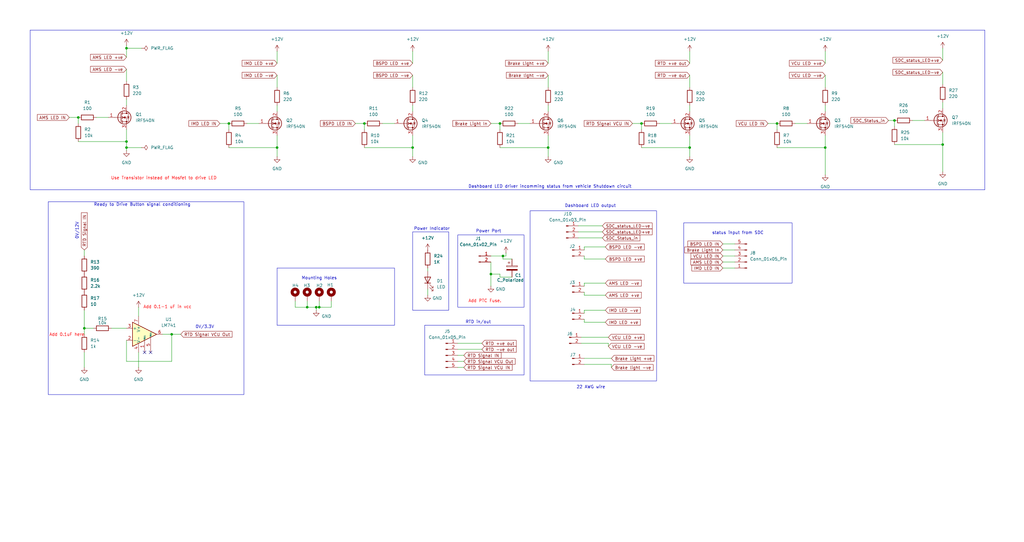
<source format=kicad_sch>
(kicad_sch (version 20231120) (generator "eeschema") (generator_version "8.0")
  (paper "User" 431.8 228.6)
  (lib_symbols
    (symbol "Amplifier_Operational:LM741" (pin_names (offset 0.127))
      (property "Reference" "U" (at 0 6.35 0))
      (property "Value" "LM741" (at 0 3.81 0))
      (symbol "LM741_0_1"
        (polyline (pts (xy -5.08 5.08) (xy 5.08 0) (xy -5.08 -5.08) (xy -5.08 5.08)) (stroke (width 0.254)) (fill (type background)))
      )
      (symbol "LM741_1_1"
        (pin input line (at 0 -7.62 90) (length 5.08) (name "NULL") (number "1"))
        (pin input line (at -7.62 -2.54 0) (length 2.54) (name "-") (number "2"))
        (pin input line (at -7.62 2.54 0) (length 2.54) (name "+") (number "3"))
        (pin power_in line (at -2.54 -7.62 90) (length 3.81) (name "V-") (number "4"))
        (pin input line (at 2.54 -7.62 90) (length 6.35) (name "NULL") (number "5"))
        (pin output line (at 7.62 0 180) (length 2.54) (name "~") (number "6"))
        (pin power_in line (at -2.54 7.62 270) (length 3.81) (name "V+") (number "7"))
        (pin no_connect line (at 0 2.54 270) (length 2.54) hide (name "NC") (number "8"))
      )
    )
    (symbol "Connector:Conn_01x02_Pin" (pin_names (offset 1.016) hide)
      (property "Reference" "J" (at 0 2.54 0))
      (property "Value" "Conn_01x02_Pin" (at 0 -5.08 0))
      (symbol "Conn_01x02_Pin_1_1"
        (polyline (pts (xy 1.27 -2.54) (xy 0.8636 -2.54)) (stroke (width 0.1524)))
        (polyline (pts (xy 1.27 0) (xy 0.8636 0)) (stroke (width 0.1524)))
        (rectangle (start 0.8636 -2.413) (end 0 -2.667) (stroke (width 0.1524)) (fill (type outline)))
        (rectangle (start 0.8636 0.127) (end 0 -0.127) (stroke (width 0.1524)) (fill (type outline)))
        (pin passive line (at 5.08 0 180) (length 3.81) (name "Pin_1") (number "1"))
        (pin passive line (at 5.08 -2.54 180) (length 3.81) (name "Pin_2") (number "2"))
      )
    )
    (symbol "Connector:Conn_01x03_Pin" (pin_names (offset 1.016) hide)
      (property "Reference" "J" (at 0 5.08 0))
      (property "Value" "Conn_01x03_Pin" (at 0 -5.08 0))
      (symbol "Conn_01x03_Pin_1_1"
        (polyline (pts (xy 1.27 -2.54) (xy 0.8636 -2.54)) (stroke (width 0.1524)))
        (polyline (pts (xy 1.27 0) (xy 0.8636 0)) (stroke (width 0.1524)))
        (polyline (pts (xy 1.27 2.54) (xy 0.8636 2.54)) (stroke (width 0.1524)))
        (rectangle (start 0.8636 -2.413) (end 0 -2.667) (stroke (width 0.1524)) (fill (type outline)))
        (rectangle (start 0.8636 0.127) (end 0 -0.127) (stroke (width 0.1524)) (fill (type outline)))
        (rectangle (start 0.8636 2.667) (end 0 2.413) (stroke (width 0.1524)) (fill (type outline)))
        (pin passive line (at 5.08 2.54 180) (length 3.81) (name "Pin_1") (number "1"))
        (pin passive line (at 5.08 0 180) (length 3.81) (name "Pin_2") (number "2"))
        (pin passive line (at 5.08 -2.54 180) (length 3.81) (name "Pin_3") (number "3"))
      )
    )
    (symbol "Connector:Conn_01x05_Pin" (pin_names (offset 1.016) hide)
      (property "Reference" "J" (at 0 7.62 0))
      (property "Value" "Conn_01x05_Pin" (at 0 -7.62 0))
      (symbol "Conn_01x05_Pin_1_1"
        (polyline (pts (xy 1.27 -5.08) (xy 0.8636 -5.08)) (stroke (width 0.1524)))
        (polyline (pts (xy 1.27 -2.54) (xy 0.8636 -2.54)) (stroke (width 0.1524)))
        (polyline (pts (xy 1.27 0) (xy 0.8636 0)) (stroke (width 0.1524)))
        (polyline (pts (xy 1.27 2.54) (xy 0.8636 2.54)) (stroke (width 0.1524)))
        (polyline (pts (xy 1.27 5.08) (xy 0.8636 5.08)) (stroke (width 0.1524)))
        (rectangle (start 0.8636 -4.953) (end 0 -5.207) (stroke (width 0.1524)) (fill (type outline)))
        (rectangle (start 0.8636 -2.413) (end 0 -2.667) (stroke (width 0.1524)) (fill (type outline)))
        (rectangle (start 0.8636 0.127) (end 0 -0.127) (stroke (width 0.1524)) (fill (type outline)))
        (rectangle (start 0.8636 2.667) (end 0 2.413) (stroke (width 0.1524)) (fill (type outline)))
        (rectangle (start 0.8636 5.207) (end 0 4.953) (stroke (width 0.1524)) (fill (type outline)))
        (pin passive line (at 5.08 5.08 180) (length 3.81) (name "Pin_1") (number "1"))
        (pin passive line (at 5.08 2.54 180) (length 3.81) (name "Pin_2") (number "2"))
        (pin passive line (at 5.08 0 180) (length 3.81) (name "Pin_3") (number "3"))
        (pin passive line (at 5.08 -2.54 180) (length 3.81) (name "Pin_4") (number "4"))
        (pin passive line (at 5.08 -5.08 180) (length 3.81) (name "Pin_5") (number "5"))
      )
    )
    (symbol "Device:C_Polarized" (pin_numbers hide) (pin_names (offset 0.254))
      (property "Reference" "C" (at 0.635 2.54 0))
      (property "Value" "C_Polarized" (at 0.635 -2.54 0))
      (symbol "C_Polarized_0_1"
        (rectangle (start -2.286 0.508) (end 2.286 1.016))
        (polyline (pts (xy -1.778 2.286) (xy -0.762 2.286)))
        (polyline (pts (xy -1.27 2.794) (xy -1.27 1.778)))
        (rectangle (start 2.286 -0.508) (end -2.286 -1.016) (fill (type outline)))
      )
      (symbol "C_Polarized_1_1"
        (pin passive line (at 0 3.81 270) (length 2.794) (name "~") (number "1"))
        (pin passive line (at 0 -3.81 90) (length 2.794) (name "~") (number "2"))
      )
    )
    (symbol "Device:LED" (pin_numbers hide) (pin_names (offset 1.016) hide)
      (property "Reference" "D" (at 0 2.54 0))
      (property "Value" "LED" (at 0 -2.54 0))
      (symbol "LED_0_1"
        (polyline (pts (xy -1.27 -1.27) (xy -1.27 1.27)) (stroke (width 0.254)))
        (polyline (pts (xy -1.27 0) (xy 1.27 0)))
        (polyline (pts (xy 1.27 -1.27) (xy 1.27 1.27) (xy -1.27 0) (xy 1.27 -1.27)) (stroke (width 0.254)))
        (polyline (pts (xy -3.048 -0.762) (xy -4.572 -2.286) (xy -3.81 -2.286) (xy -4.572 -2.286) (xy -4.572 -1.524)))
        (polyline (pts (xy -1.778 -0.762) (xy -3.302 -2.286) (xy -2.54 -2.286) (xy -3.302 -2.286) (xy -3.302 -1.524)))
      )
      (symbol "LED_1_1"
        (pin passive line (at -3.81 0 0) (length 2.54) (name "K") (number "1"))
        (pin passive line (at 3.81 0 180) (length 2.54) (name "A") (number "2"))
      )
    )
    (symbol "Device:R" (pin_numbers hide) (pin_names (offset 0))
      (property "Reference" "R" (at 2.032 0 90))
      (property "Value" "R" (at 0 0 90))
      (symbol "R_0_1"
        (rectangle (start -1.016 -2.54) (end 1.016 2.54) (stroke (width 0.254)))
      )
      (symbol "R_1_1"
        (pin passive line (at 0 3.81 270) (length 1.27) (name "~") (number "1"))
        (pin passive line (at 0 -3.81 90) (length 1.27) (name "~") (number "2"))
      )
    )
    (symbol "Mechanical:MountingHole_Pad_MP" (pin_numbers hide) (pin_names (offset 1.016) hide) (exclude_from_sim yes) (in_bom no)
      (property "Reference" "H" (at 0 6.35 0))
      (property "Value" "MountingHole_Pad_MP" (at 0 4.445 0))
      (symbol "MountingHole_Pad_MP_0_1"
        (circle (center 0 1.27) (radius 1.27) (stroke (width 1.27)))
      )
      (symbol "MountingHole_Pad_MP_1_1"
        (pin input line (at 0 -2.54 90) (length 2.54) (name "MP") (number "MP"))
      )
    )
    (symbol "Transistor_FET:IRF540N" (pin_names hide)
      (property "Reference" "Q" (at 5.08 1.905 0))
      (property "Value" "IRF540N" (at 5.08 0 0))
      (symbol "IRF540N_0_1"
        (polyline (pts (xy 0.254 0) (xy -2.54 0)))
        (polyline (pts (xy 0.254 1.905) (xy 0.254 -1.905)) (stroke (width 0.254)))
        (polyline (pts (xy 0.762 -1.27) (xy 0.762 -2.286)) (stroke (width 0.254)))
        (polyline (pts (xy 0.762 0.508) (xy 0.762 -0.508)) (stroke (width 0.254)))
        (polyline (pts (xy 0.762 2.286) (xy 0.762 1.27)) (stroke (width 0.254)))
        (polyline (pts (xy 2.54 2.54) (xy 2.54 1.778)))
        (polyline (pts (xy 2.54 -2.54) (xy 2.54 0) (xy 0.762 0)))
        (polyline (pts (xy 0.762 -1.778) (xy 3.302 -1.778) (xy 3.302 1.778) (xy 0.762 1.778)))
        (polyline (pts (xy 1.016 0) (xy 2.032 0.381) (xy 2.032 -0.381) (xy 1.016 0)) (fill (type outline)))
        (polyline (pts (xy 2.794 0.508) (xy 2.921 0.381) (xy 3.683 0.381) (xy 3.81 0.254)))
        (polyline (pts (xy 3.302 0.381) (xy 2.921 -0.254) (xy 3.683 -0.254) (xy 3.302 0.381)))
        (circle (center 1.651 0) (radius 2.794) (stroke (width 0.254)))
        (circle (center 2.54 -1.778) (radius 0.254) (fill (type outline)))
        (circle (center 2.54 1.778) (radius 0.254) (fill (type outline)))
      )
      (symbol "IRF540N_1_1"
        (pin input line (at -5.08 0 0) (length 2.54) (name "G") (number "1"))
        (pin passive line (at 2.54 5.08 270) (length 2.54) (name "D") (number "2"))
        (pin passive line (at 2.54 -5.08 90) (length 2.54) (name "S") (number "3"))
      )
    )
    (symbol "power:+12V" (power) (pin_numbers hide) (pin_names (offset 0) hide)
      (property "Value" "+12V" (at 0 3.556 0))
      (symbol "+12V_0_1"
        (polyline (pts (xy -0.762 1.27) (xy 0 2.54)))
        (polyline (pts (xy 0 0) (xy 0 2.54)))
        (polyline (pts (xy 0 2.54) (xy 0.762 1.27)))
      )
      (symbol "+12V_1_1"
        (pin power_in line (at 0 0 90) (length 0) (name "~") (number "1"))
      )
    )
    (symbol "power:GND" (power) (pin_numbers hide) (pin_names (offset 0) hide)
      (property "Value" "GND" (at 0 -3.81 0))
      (symbol "GND_0_1"
        (polyline (pts (xy 0 0) (xy 0 -1.27) (xy 1.27 -1.27) (xy 0 -2.54) (xy -1.27 -1.27) (xy 0 -1.27)))
      )
      (symbol "GND_1_1"
        (pin power_in line (at 0 0 270) (length 0) (name "~") (number "1"))
      )
    )
    (symbol "power:PWR_FLAG" (power) (pin_numbers hide) (pin_names (offset 0) hide)
      (property "Value" "PWR_FLAG" (at 0 3.81 0))
      (symbol "PWR_FLAG_0_0"
        (pin power_out line (at 0 0 90) (length 0) (name "~") (number "1"))
      )
      (symbol "PWR_FLAG_0_1"
        (polyline (pts (xy 0 0) (xy 0 1.27) (xy -1.016 1.905) (xy 0 2.54) (xy 1.016 1.905) (xy 0 1.27)))
      )
    )
  )
  (junction (at 53.34 59.69))
  (junction (at 53.34 62.23))
  (junction (at 133.35 129.54))
  (junction (at 377.19 50.8))
  (junction (at 53.34 20.32))
  (junction (at 116.84 62.23))
  (junction (at 397.51 60.96))
  (junction (at 212.09 107.95))
  (junction (at 290.83 62.23))
  (junction (at 129.54 129.54))
  (junction (at 134.62 129.54))
  (junction (at 270.51 52.07))
  (junction (at 231.14 62.23))
  (junction (at 96.52 52.07))
  (junction (at 35.56 138.43))
  (junction (at 207.01 115.57))
  (junction (at 210.82 52.07))
  (junction (at 347.98 62.23))
  (junction (at 173.99 62.23))
  (junction (at 72.39 140.97))
  (junction (at 33.02 49.53))
  (junction (at 327.66 52.07))
  (junction (at 153.67 52.07))
  (no_connect (at 63.5 148.59))
  (no_connect (at 60.96 148.59))
  (wire (pts (xy 173.99 62.23) (xy 173.99 66.04)))
  (wire (pts (xy 124.46 129.54) (xy 129.54 129.54)))
  (wire (pts (xy 35.56 148.59) (xy 35.56 154.94)))
  (wire (pts (xy 116.84 62.23) (xy 116.84 66.04)))
  (wire (pts (xy 347.98 21.59) (xy 347.98 26.67)))
  (wire (pts (xy 309.88 110.49) (xy 304.8 110.49)))
  (wire (pts (xy 58.42 129.54) (xy 58.42 133.35)))
  (wire (pts (xy 210.82 52.07) (xy 210.82 54.61)))
  (wire (pts (xy 243.84 97.79) (xy 254 97.79)))
  (wire (pts (xy 278.13 52.07) (xy 283.21 52.07)))
  (wire (pts (xy 397.51 43.18) (xy 397.51 45.72)))
  (wire (pts (xy 246.38 119.38) (xy 246.38 120.65)))
  (wire (pts (xy 116.84 57.15) (xy 116.84 62.23)))
  (wire (pts (xy 246.38 134.62) (xy 246.38 135.89)))
  (wire (pts (xy 255.27 109.22) (xy 246.38 109.22)))
  (wire (pts (xy 256.54 144.78) (xy 256.54 146.05)))
  (wire (pts (xy 72.39 140.97) (xy 72.39 152.4)))
  (wire (pts (xy 246.38 132.08) (xy 246.38 130.81)))
  (wire (pts (xy 347.98 31.75) (xy 347.98 36.83)))
  (wire (pts (xy 246.38 135.89) (xy 255.27 135.89)))
  (wire (pts (xy 92.71 52.07) (xy 96.52 52.07)))
  (wire (pts (xy 290.83 62.23) (xy 290.83 66.04)))
  (wire (pts (xy 270.51 62.23) (xy 290.83 62.23)))
  (wire (pts (xy 193.04 147.32) (xy 203.2 147.32)))
  (wire (pts (xy 207.01 52.07) (xy 210.82 52.07)))
  (wire (pts (xy 53.34 54.61) (xy 53.34 59.69)))
  (wire (pts (xy 384.81 50.8) (xy 389.89 50.8)))
  (wire (pts (xy 212.09 109.22) (xy 212.09 107.95)))
  (wire (pts (xy 180.34 113.03) (xy 180.34 114.3)))
  (wire (pts (xy 129.54 129.54) (xy 133.35 129.54)))
  (wire (pts (xy 246.38 104.14) (xy 246.38 105.41)))
  (wire (pts (xy 129.54 129.54) (xy 129.54 127)))
  (wire (pts (xy 96.52 52.07) (xy 96.52 54.61)))
  (wire (pts (xy 290.83 57.15) (xy 290.83 62.23)))
  (wire (pts (xy 347.98 62.23) (xy 347.98 73.66)))
  (wire (pts (xy 246.38 109.22) (xy 246.38 107.95)))
  (wire (pts (xy 139.7 129.54) (xy 139.7 127)))
  (wire (pts (xy 180.34 121.92) (xy 180.34 124.46)))
  (wire (pts (xy 213.36 106.68) (xy 213.36 107.95)))
  (wire (pts (xy 29.21 49.53) (xy 33.02 49.53)))
  (wire (pts (xy 53.34 152.4) (xy 53.34 143.51)))
  (wire (pts (xy 35.56 130.81) (xy 35.56 138.43)))
  (wire (pts (xy 193.04 154.94) (xy 195.58 154.94)))
  (wire (pts (xy 246.38 153.67) (xy 257.81 153.67)))
  (wire (pts (xy 245.11 144.78) (xy 256.54 144.78)))
  (wire (pts (xy 53.34 20.32) (xy 59.69 20.32)))
  (wire (pts (xy 255.27 124.46) (xy 246.38 124.46)))
  (wire (pts (xy 193.04 152.4) (xy 195.58 152.4)))
  (wire (pts (xy 134.62 129.54) (xy 139.7 129.54)))
  (wire (pts (xy 290.83 44.45) (xy 290.83 46.99)))
  (wire (pts (xy 347.98 57.15) (xy 347.98 62.23)))
  (wire (pts (xy 53.34 62.23) (xy 59.69 62.23)))
  (wire (pts (xy 33.02 59.69) (xy 53.34 59.69)))
  (wire (pts (xy 231.14 21.59) (xy 231.14 26.67)))
  (wire (pts (xy 96.52 62.23) (xy 116.84 62.23)))
  (wire (pts (xy 255.27 104.14) (xy 246.38 104.14)))
  (wire (pts (xy 397.51 55.88) (xy 397.51 60.96)))
  (wire (pts (xy 309.88 113.03) (xy 304.8 113.03)))
  (wire (pts (xy 53.34 19.05) (xy 53.34 20.32)))
  (wire (pts (xy 35.56 138.43) (xy 35.56 140.97)))
  (wire (pts (xy 397.51 20.32) (xy 397.51 25.4)))
  (wire (pts (xy 53.34 59.69) (xy 53.34 62.23)))
  (wire (pts (xy 231.14 44.45) (xy 231.14 46.99)))
  (wire (pts (xy 134.62 129.54) (xy 134.62 127)))
  (wire (pts (xy 161.29 52.07) (xy 166.37 52.07)))
  (wire (pts (xy 53.34 29.21) (xy 53.34 34.29)))
  (wire (pts (xy 290.83 21.59) (xy 290.83 26.67)))
  (wire (pts (xy 270.51 52.07) (xy 270.51 54.61)))
  (wire (pts (xy 133.35 129.54) (xy 133.35 130.81)))
  (wire (pts (xy 246.38 151.13) (xy 257.81 151.13)))
  (wire (pts (xy 72.39 140.97) (xy 76.2 140.97)))
  (wire (pts (xy 210.82 116.84) (xy 210.82 115.57)))
  (wire (pts (xy 35.56 105.41) (xy 35.56 107.95)))
  (wire (pts (xy 266.7 52.07) (xy 270.51 52.07)))
  (wire (pts (xy 213.36 107.95) (xy 212.09 107.95)))
  (wire (pts (xy 309.88 102.87) (xy 304.8 102.87)))
  (wire (pts (xy 231.14 31.75) (xy 231.14 36.83)))
  (wire (pts (xy 397.51 30.48) (xy 397.51 35.56)))
  (wire (pts (xy 133.35 129.54) (xy 134.62 129.54)))
  (wire (pts (xy 149.86 52.07) (xy 153.67 52.07)))
  (wire (pts (xy 173.99 31.75) (xy 173.99 36.83)))
  (wire (pts (xy 207.01 110.49) (xy 207.01 115.57)))
  (wire (pts (xy 290.83 31.75) (xy 290.83 36.83)))
  (wire (pts (xy 33.02 49.53) (xy 33.02 52.07)))
  (wire (pts (xy 193.04 149.86) (xy 195.58 149.86)))
  (wire (pts (xy 231.14 57.15) (xy 231.14 62.23)))
  (wire (pts (xy 116.84 21.59) (xy 116.84 26.67)))
  (wire (pts (xy 173.99 57.15) (xy 173.99 62.23)))
  (wire (pts (xy 153.67 52.07) (xy 153.67 54.61)))
  (wire (pts (xy 397.51 60.96) (xy 397.51 72.39)))
  (wire (pts (xy 46.99 138.43) (xy 53.34 138.43)))
  (wire (pts (xy 173.99 44.45) (xy 173.99 46.99)))
  (wire (pts (xy 53.34 62.23) (xy 53.34 63.5)))
  (wire (pts (xy 207.01 115.57) (xy 207.01 120.65)))
  (wire (pts (xy 53.34 41.91) (xy 53.34 44.45)))
  (wire (pts (xy 309.88 105.41) (xy 304.8 105.41)))
  (wire (pts (xy 35.56 138.43) (xy 39.37 138.43)))
  (wire (pts (xy 245.11 142.24) (xy 256.54 142.24)))
  (wire (pts (xy 243.84 100.33) (xy 254 100.33)))
  (wire (pts (xy 323.85 52.07) (xy 327.66 52.07)))
  (wire (pts (xy 327.66 52.07) (xy 327.66 54.61)))
  (wire (pts (xy 243.84 95.25) (xy 254 95.25)))
  (wire (pts (xy 215.9 116.84) (xy 210.82 116.84)))
  (wire (pts (xy 210.82 62.23) (xy 231.14 62.23)))
  (wire (pts (xy 246.38 124.46) (xy 246.38 123.19)))
  (wire (pts (xy 53.34 20.32) (xy 53.34 24.13)))
  (wire (pts (xy 68.58 140.97) (xy 72.39 140.97)))
  (wire (pts (xy 153.67 62.23) (xy 173.99 62.23)))
  (wire (pts (xy 40.64 49.53) (xy 45.72 49.53)))
  (wire (pts (xy 257.81 153.67) (xy 257.81 154.94)))
  (wire (pts (xy 116.84 44.45) (xy 116.84 46.99)))
  (wire (pts (xy 377.19 60.96) (xy 397.51 60.96)))
  (wire (pts (xy 246.38 130.81) (xy 255.27 130.81)))
  (wire (pts (xy 327.66 62.23) (xy 347.98 62.23)))
  (wire (pts (xy 374.65 50.8) (xy 377.19 50.8)))
  (wire (pts (xy 124.46 127) (xy 124.46 129.54)))
  (wire (pts (xy 72.39 152.4) (xy 53.34 152.4)))
  (wire (pts (xy 309.88 107.95) (xy 304.8 107.95)))
  (wire (pts (xy 218.44 52.07) (xy 223.52 52.07)))
  (wire (pts (xy 212.09 107.95) (xy 207.01 107.95)))
  (wire (pts (xy 58.42 148.59) (xy 58.42 154.94)))
  (wire (pts (xy 173.99 21.59) (xy 173.99 26.67)))
  (wire (pts (xy 210.82 115.57) (xy 207.01 115.57)))
  (wire (pts (xy 347.98 44.45) (xy 347.98 46.99)))
  (wire (pts (xy 377.19 50.8) (xy 377.19 53.34)))
  (wire (pts (xy 231.14 62.23) (xy 231.14 66.04)))
  (wire (pts (xy 193.04 144.78) (xy 203.2 144.78)))
  (wire (pts (xy 104.14 52.07) (xy 109.22 52.07)))
  (wire (pts (xy 215.9 109.22) (xy 212.09 109.22)))
  (wire (pts (xy 335.28 52.07) (xy 340.36 52.07)))
  (wire (pts (xy 255.27 119.38) (xy 246.38 119.38)))
  (wire (pts (xy 116.84 31.75) (xy 116.84 36.83)))
  (rectangle (start 173.99 97.79) (end 189.23 130.81))
  (rectangle (start 193.04 99.06) (end 220.98 129.54))
  (rectangle (start 20.32 85.09) (end 102.87 166.37))
  (rectangle (start 223.52 88.9) (end 276.86 160.655))
  (rectangle (start 116.84 113.03) (end 166.37 137.16))
  (rectangle (start 288.29 93.98) (end 334.01 119.38))
  (rectangle (start 12.7 12.7) (end 415.29 80.01))
  (rectangle (start 179.07 137.16) (end 220.98 158.115))
  (text "Add 0.1uF here" (at 28.194 141.224 0) (effects (font (size 1.27 1.27))))
  (text "Dashboard LED driver incomming status from vehicle Shutdown circuit" (at 231.902 78.74 0) (effects (font (size 1.27 1.27))))
  (text "Mounting Holes\n" (at 134.62 117.348 0) (effects (font (size 1.27 1.27))))
  (text "Ready to Drive Button signal conditioning" (at 59.944 86.36 0) (effects (font (size 1.27 1.27))))
  (text "status input from SDC" (at 311.15 98.298 0) (effects (font (size 1.27 1.27))))
  (text "0V/12V" (at 32.512 97.282 90) (effects (font (size 1.27 1.27))))
  (text "Power Indicator" (at 182.118 96.52 0) (effects (font (size 1.27 1.27))))
  (text "RTD in/out" (at 201.676 135.89 0) (effects (font (size 1.27 1.27))))
  (text "Dashboard LED output\n" (at 248.92 86.868 0) (effects (font (size 1.27 1.27))))
  (text "Add 0.1-1 uF in vcc" (at 70.612 129.54 0) (effects (font (size 1.27 1.27))))
  (text "Use Transistor instead of Mosfet to drive LED" (at 69.088 75.184 0) (effects (font (size 1.27 1.27))))
  (text "22 AWG wire" (at 249.174 163.322 0) (effects (font (size 1.27 1.27))))
  (text "Add PTC Fuse." (at 204.47 127 0) (effects (font (size 1.27 1.27))))
  (text "Power Port\n" (at 205.994 97.536 0) (effects (font (size 1.27 1.27))))
  (text "0V/3.3V" (at 86.36 137.922 0) (effects (font (size 1.27 1.27))))
  (global_label "BSPD LED +ve" (shape input) (at 255.27 109.22 0) (property "Intersheetrefs" "${INTERSHEET_REFS}" (effects (hide yes))))
  (global_label "BSPD LED -ve" (shape input) (at 255.27 104.14 0) (property "Intersheetrefs" "${INTERSHEET_REFS}" (effects (hide yes))))
  (global_label "SDC_status_LED-ve" (shape input) (at 254 95.25 0) (property "Intersheetrefs" "${INTERSHEET_REFS}" (effects (hide yes))))
  (global_label "SDC_status_LED-ve" (shape input) (at 397.51 30.48 180) (property "Intersheetrefs" "${INTERSHEET_REFS}" (effects (hide yes))))
  (global_label "Brake Light In" (shape input) (at 207.01 52.07 180) (property "Intersheetrefs" "${INTERSHEET_REFS}" (effects (hide yes))))
  (global_label "RTD Signal IN" (shape input) (at 195.58 149.86 0) (property "Intersheetrefs" "${INTERSHEET_REFS}" (effects (hide yes))))
  (global_label "IMD LED IN" (shape input) (at 304.8 113.03 180) (property "Intersheetrefs" "${INTERSHEET_REFS}" (effects (hide yes))))
  (global_label "VCU LED IN" (shape input) (at 323.85 52.07 180) (property "Intersheetrefs" "${INTERSHEET_REFS}" (effects (hide yes))))
  (global_label "RTD Signal VCU IN" (shape input) (at 195.58 154.94 0) (property "Intersheetrefs" "${INTERSHEET_REFS}" (effects (hide yes))))
  (global_label "RTD -ve out" (shape input) (at 290.83 31.75 180) (property "Intersheetrefs" "${INTERSHEET_REFS}" (effects (hide yes))))
  (global_label "BSPD LED -ve" (shape input) (at 173.99 31.75 180) (property "Intersheetrefs" "${INTERSHEET_REFS}" (effects (hide yes))))
  (global_label "RTD Signal VCU Out" (shape input) (at 76.2 140.97 0) (property "Intersheetrefs" "${INTERSHEET_REFS}" (effects (hide yes))))
  (global_label "IMD LED +ve" (shape input) (at 116.84 26.67 180) (property "Intersheetrefs" "${INTERSHEET_REFS}" (effects (hide yes))))
  (global_label "SDC_Status_in" (shape input) (at 374.65 50.8 180) (property "Intersheetrefs" "${INTERSHEET_REFS}" (effects (hide yes))))
  (global_label "RTD +ve out" (shape input) (at 203.2 144.78 0) (property "Intersheetrefs" "${INTERSHEET_REFS}" (effects (hide yes))))
  (global_label "Brake Light In" (shape input) (at 304.8 105.41 180) (property "Intersheetrefs" "${INTERSHEET_REFS}" (effects (hide yes))))
  (global_label "RTD -ve out" (shape input) (at 203.2 147.32 0) (property "Intersheetrefs" "${INTERSHEET_REFS}" (effects (hide yes))))
  (global_label "Brake light -ve" (shape input) (at 257.81 154.94 0) (property "Intersheetrefs" "${INTERSHEET_REFS}" (effects (hide yes))))
  (global_label "Brake light -ve" (shape input) (at 231.14 31.75 180) (property "Intersheetrefs" "${INTERSHEET_REFS}" (effects (hide yes))))
  (global_label "BSPD LED IN" (shape input) (at 304.8 102.87 180) (property "Intersheetrefs" "${INTERSHEET_REFS}" (effects (hide yes))))
  (global_label "IMD LED -ve" (shape input) (at 255.27 130.81 0) (property "Intersheetrefs" "${INTERSHEET_REFS}" (effects (hide yes))))
  (global_label "AMS LED -ve" (shape input) (at 53.34 29.21 180) (property "Intersheetrefs" "${INTERSHEET_REFS}" (effects (hide yes))))
  (global_label "BSPD LED IN" (shape input) (at 149.86 52.07 180) (property "Intersheetrefs" "${INTERSHEET_REFS}" (effects (hide yes))))
  (global_label "RTD Signal IN" (shape input) (at 35.56 105.41 90) (property "Intersheetrefs" "${INTERSHEET_REFS}" (effects (hide yes))))
  (global_label "VCU LED -ve" (shape input) (at 347.98 31.75 180) (property "Intersheetrefs" "${INTERSHEET_REFS}" (effects (hide yes))))
  (global_label "Brake Light +ve" (shape input) (at 231.14 26.67 180) (property "Intersheetrefs" "${INTERSHEET_REFS}" (effects (hide yes))))
  (global_label "IMD LED +ve" (shape input) (at 255.27 135.89 0) (property "Intersheetrefs" "${INTERSHEET_REFS}" (effects (hide yes))))
  (global_label "VCU LED -ve" (shape input) (at 256.54 146.05 0) (property "Intersheetrefs" "${INTERSHEET_REFS}" (effects (hide yes))))
  (global_label "SDC_status_LED+ve" (shape input) (at 397.51 25.4 180) (property "Intersheetrefs" "${INTERSHEET_REFS}" (effects (hide yes))))
  (global_label "IMD LED -ve" (shape input) (at 116.84 31.75 180) (property "Intersheetrefs" "${INTERSHEET_REFS}" (effects (hide yes))))
  (global_label "BSPD LED +ve" (shape input) (at 173.99 26.67 180) (property "Intersheetrefs" "${INTERSHEET_REFS}" (effects (hide yes))))
  (global_label "AMS LED +ve" (shape input) (at 53.34 24.13 180) (property "Intersheetrefs" "${INTERSHEET_REFS}" (effects (hide yes))))
  (global_label "RTD Signal VCU IN" (shape input) (at 266.7 52.07 180) (property "Intersheetrefs" "${INTERSHEET_REFS}" (effects (hide yes))))
  (global_label "RTD Signal VCU Out" (shape input) (at 195.58 152.4 0) (property "Intersheetrefs" "${INTERSHEET_REFS}" (effects (hide yes))))
  (global_label "IMD LED IN" (shape input) (at 92.71 52.07 180) (property "Intersheetrefs" "${INTERSHEET_REFS}" (effects (hide yes))))
  (global_label "AMS LED IN" (shape input) (at 304.8 110.49 180) (property "Intersheetrefs" "${INTERSHEET_REFS}" (effects (hide yes))))
  (global_label "AMS LED +ve" (shape input) (at 255.27 124.46 0) (property "Intersheetrefs" "${INTERSHEET_REFS}" (effects (hide yes))))
  (global_label "VCU LED +ve" (shape input) (at 347.98 26.67 180) (property "Intersheetrefs" "${INTERSHEET_REFS}" (effects (hide yes))))
  (global_label "VCU LED +ve" (shape input) (at 256.54 142.24 0) (property "Intersheetrefs" "${INTERSHEET_REFS}" (effects (hide yes))))
  (global_label "VCU LED IN" (shape input) (at 304.8 107.95 180) (property "Intersheetrefs" "${INTERSHEET_REFS}" (effects (hide yes))))
  (global_label "SDC_Status_in" (shape input) (at 254 100.33 0) (property "Intersheetrefs" "${INTERSHEET_REFS}" (effects (hide yes))))
  (global_label "Brake Light +ve" (shape input) (at 257.81 151.13 0) (property "Intersheetrefs" "${INTERSHEET_REFS}" (effects (hide yes))))
  (global_label "SDC_status_LED+ve" (shape input) (at 254 97.79 0) (property "Intersheetrefs" "${INTERSHEET_REFS}" (effects (hide yes))))
  (global_label "AMS LED IN" (shape input) (at 29.21 49.53 180) (property "Intersheetrefs" "${INTERSHEET_REFS}" (effects (hide yes))))
  (global_label "RTD +ve out" (shape input) (at 290.83 26.67 180) (property "Intersheetrefs" "${INTERSHEET_REFS}" (effects (hide yes))))
  (global_label "AMS LED -ve" (shape input) (at 255.27 119.38 0) (property "Intersheetrefs" "${INTERSHEET_REFS}" (effects (hide yes))))
  (symbol (lib_id "Transistor_FET:IRF540N") (at 345.44 52.07 0) (unit 1)
    (property "Reference" "Q3" (at 351.79 50.7999 0) (effects (justify left)))
    (property "Value" "IRF540N" (at 351.79 53.3399 0) (effects (justify left)))
    (property "Footprint" "Package_TO_SOT_THT:TO-220-3_Vertical" (effects (hide yes)))
    (property "Datasheet" "http://www.irf.com/product-info/datasheets/data/irf540n.pdf" (effects (hide yes)))
    (property "Description" "33A Id, 100V Vds, HEXFET N-Channel MOSFET, TO-220" (effects (hide yes)))
  )
  (symbol (lib_id "power:+12V") (at 58.42 129.54 0) (unit 1)
    (property "Reference" "#PWR013" (effects (hide yes)))
    (property "Value" "+12V" (at 58.42 124.46 0))
    (property "Description" "Power symbol creates a global label with name \"+12V\"" (effects (hide yes)))
  )
  (symbol (lib_id "Transistor_FET:IRF540N") (at 394.97 50.8 0) (unit 1)
    (property "Reference" "Q7" (at 401.32 49.5299 0) (effects (justify left)))
    (property "Value" "IRF540N" (at 401.32 52.0699 0) (effects (justify left)))
    (property "Footprint" "Package_TO_SOT_THT:TO-220-3_Vertical" (effects (hide yes)))
    (property "Datasheet" "http://www.irf.com/product-info/datasheets/data/irf540n.pdf" (effects (hide yes)))
    (property "Description" "33A Id, 100V Vds, HEXFET N-Channel MOSFET, TO-220" (effects (hide yes)))
  )
  (symbol (lib_id "power:GND") (at 58.42 154.94 0) (unit 1)
    (property "Reference" "#PWR011" (effects (hide yes)))
    (property "Value" "GND" (at 58.42 160.02 0))
    (property "Description" "Power symbol creates a global label with name \"GND\" , ground" (effects (hide yes)))
  )
  (symbol (lib_id "Device:R") (at 173.99 40.64 0) (unit 1)
    (property "Reference" "R12" (at 176.53 39.3699 0) (effects (justify left)))
    (property "Value" "220" (at 176.53 41.9099 0) (effects (justify left)))
    (property "Footprint" "Resistor_THT:R_Axial_DIN0204_L3.6mm_D1.6mm_P7.62mm_Horizontal" (effects (hide yes)))
    (property "Description" "Resistor" (effects (hide yes)))
  )
  (symbol (lib_id "Device:R") (at 331.47 52.07 90) (unit 1)
    (property "Reference" "R8" (at 331.47 45.72 90))
    (property "Value" "100" (at 331.47 48.26 90))
    (property "Footprint" "Resistor_THT:R_Axial_DIN0204_L3.6mm_D1.6mm_P7.62mm_Horizontal" (effects (hide yes)))
    (property "Description" "Resistor" (effects (hide yes)))
  )
  (symbol (lib_id "Connector:Conn_01x02_Pin") (at 241.3 132.08 0) (unit 1)
    (property "Reference" "J4" (at 241.554 130.556 0))
    (property "Value" "Conn_01x02_Pin" (effects (hide yes)))
    (property "Footprint" "Connector_PinHeader_2.54mm:PinHeader_1x02_P2.54mm_Vertical" (effects (hide yes)))
    (property "Description" "Generic connector, single row, 01x02, script generated" (effects (hide yes)))
  )
  (symbol (lib_id "Device:R") (at 96.52 58.42 180) (unit 1)
    (property "Reference" "R4" (at 99.06 57.1499 0) (effects (justify right)))
    (property "Value" "10k" (at 99.06 59.6899 0) (effects (justify right)))
    (property "Footprint" "Resistor_THT:R_Axial_DIN0204_L3.6mm_D1.6mm_P7.62mm_Horizontal" (effects (hide yes)))
    (property "Description" "Resistor" (effects (hide yes)))
  )
  (symbol (lib_id "Device:R") (at 210.82 58.42 180) (unit 1)
    (property "Reference" "R21" (at 213.36 57.1499 0) (effects (justify right)))
    (property "Value" "10k" (at 213.36 59.6899 0) (effects (justify right)))
    (property "Footprint" "Resistor_THT:R_Axial_DIN0204_L3.6mm_D1.6mm_P7.62mm_Horizontal" (effects (hide yes)))
    (property "Description" "Resistor" (effects (hide yes)))
  )
  (symbol (lib_id "Device:R") (at 100.33 52.07 90) (unit 1)
    (property "Reference" "R5" (at 100.33 45.72 90))
    (property "Value" "100" (at 100.33 48.26 90))
    (property "Footprint" "Resistor_THT:R_Axial_DIN0204_L3.6mm_D1.6mm_P7.62mm_Horizontal" (effects (hide yes)))
    (property "Description" "Resistor" (effects (hide yes)))
  )
  (symbol (lib_id "Device:R") (at 214.63 52.07 90) (unit 1)
    (property "Reference" "R22" (at 214.63 45.72 90))
    (property "Value" "100" (at 214.63 48.26 90))
    (property "Footprint" "Resistor_THT:R_Axial_DIN0204_L3.6mm_D1.6mm_P7.62mm_Horizontal" (effects (hide yes)))
    (property "Description" "Resistor" (effects (hide yes)))
  )
  (symbol (lib_id "Transistor_FET:IRF540N") (at 171.45 52.07 0) (unit 1)
    (property "Reference" "Q4" (at 177.8 50.7999 0) (effects (justify left)))
    (property "Value" "IRF540N" (at 177.8 53.3399 0) (effects (justify left)))
    (property "Footprint" "Package_TO_SOT_THT:TO-220-3_Vertical" (effects (hide yes)))
    (property "Datasheet" "http://www.irf.com/product-info/datasheets/data/irf540n.pdf" (effects (hide yes)))
    (property "Description" "33A Id, 100V Vds, HEXFET N-Channel MOSFET, TO-220" (effects (hide yes)))
  )
  (symbol (lib_id "Device:R") (at 290.83 40.64 0) (unit 1)
    (property "Reference" "R20" (at 293.37 39.3699 0) (effects (justify left)))
    (property "Value" "220" (at 293.37 41.9099 0) (effects (justify left)))
    (property "Footprint" "Resistor_THT:R_Axial_DIN0204_L3.6mm_D1.6mm_P7.62mm_Horizontal" (effects (hide yes)))
    (property "Description" "Resistor" (effects (hide yes)))
  )
  (symbol (lib_id "power:GND") (at 180.34 124.46 0) (unit 1)
    (property "Reference" "#PWR020" (effects (hide yes)))
    (property "Value" "GND" (at 184.404 125.73 0))
    (property "Description" "Power symbol creates a global label with name \"GND\" , ground" (effects (hide yes)))
  )
  (symbol (lib_id "Device:R") (at 35.56 119.38 180) (unit 1)
    (property "Reference" "R16" (at 38.1 118.1099 0) (effects (justify right)))
    (property "Value" "2.2k" (at 38.1 120.6499 0) (effects (justify right)))
    (property "Footprint" "Resistor_THT:R_Axial_DIN0204_L3.6mm_D1.6mm_P7.62mm_Horizontal" (effects (hide yes)))
    (property "Description" "Resistor" (effects (hide yes)))
  )
  (symbol (lib_id "Device:R") (at 377.19 57.15 180) (unit 1)
    (property "Reference" "R25" (at 379.73 55.8799 0) (effects (justify right)))
    (property "Value" "10k" (at 379.73 58.4199 0) (effects (justify right)))
    (property "Footprint" "Resistor_THT:R_Axial_DIN0204_L3.6mm_D1.6mm_P7.62mm_Horizontal" (effects (hide yes)))
    (property "Description" "Resistor" (effects (hide yes)))
  )
  (symbol (lib_id "Transistor_FET:IRF540N") (at 228.6 52.07 0) (unit 1)
    (property "Reference" "Q6" (at 234.95 50.7999 0) (effects (justify left)))
    (property "Value" "IRF540N" (at 234.95 53.3399 0) (effects (justify left)))
    (property "Footprint" "Package_TO_SOT_THT:TO-220-3_Vertical" (effects (hide yes)))
    (property "Datasheet" "http://www.irf.com/product-info/datasheets/data/irf540n.pdf" (effects (hide yes)))
    (property "Description" "33A Id, 100V Vds, HEXFET N-Channel MOSFET, TO-220" (effects (hide yes)))
  )
  (symbol (lib_id "Device:R") (at 270.51 58.42 180) (unit 1)
    (property "Reference" "R18" (at 273.05 57.1499 0) (effects (justify right)))
    (property "Value" "10k" (at 273.05 59.6899 0) (effects (justify right)))
    (property "Footprint" "Resistor_THT:R_Axial_DIN0204_L3.6mm_D1.6mm_P7.62mm_Horizontal" (effects (hide yes)))
    (property "Description" "Resistor" (effects (hide yes)))
  )
  (symbol (lib_id "Device:C_Polarized") (at 215.9 113.03 0) (unit 1)
    (property "Reference" "C1" (at 217.17 116.078 0) (effects (justify left)))
    (property "Value" "C_Polarized" (at 209.55 118.11 0) (effects (justify left)))
    (property "Footprint" "Capacitor_THT:CP_Radial_D8.0mm_P5.00mm" (effects (hide yes)))
    (property "Description" "Polarized capacitor" (effects (hide yes)))
  )
  (symbol (lib_id "Device:R") (at 35.56 144.78 180) (unit 1)
    (property "Reference" "R14" (at 38.1 143.5099 0) (effects (justify right)))
    (property "Value" "1k" (at 38.1 146.0499 0) (effects (justify right)))
    (property "Footprint" "Resistor_THT:R_Axial_DIN0204_L3.6mm_D1.6mm_P7.62mm_Horizontal" (effects (hide yes)))
    (property "Description" "Resistor" (effects (hide yes)))
  )
  (symbol (lib_id "power:+12V") (at 397.51 20.32 0) (unit 1)
    (property "Reference" "#PWR021" (effects (hide yes)))
    (property "Value" "+12V" (at 397.51 15.24 0))
    (property "Description" "Power symbol creates a global label with name \"+12V\"" (effects (hide yes)))
  )
  (symbol (lib_id "Device:R") (at 327.66 58.42 180) (unit 1)
    (property "Reference" "R7" (at 330.2 57.1499 0) (effects (justify right)))
    (property "Value" "10k" (at 330.2 59.6899 0) (effects (justify right)))
    (property "Footprint" "Resistor_THT:R_Axial_DIN0204_L3.6mm_D1.6mm_P7.62mm_Horizontal" (effects (hide yes)))
    (property "Description" "Resistor" (effects (hide yes)))
  )
  (symbol (lib_id "Device:R") (at 157.48 52.07 90) (unit 1)
    (property "Reference" "R11" (at 157.48 45.72 90))
    (property "Value" "100" (at 157.48 48.26 90))
    (property "Footprint" "Resistor_THT:R_Axial_DIN0204_L3.6mm_D1.6mm_P7.62mm_Horizontal" (effects (hide yes)))
    (property "Description" "Resistor" (effects (hide yes)))
  )
  (symbol (lib_id "power:+12V") (at 231.14 21.59 0) (unit 1)
    (property "Reference" "#PWR016" (effects (hide yes)))
    (property "Value" "+12V" (at 231.14 16.51 0))
    (property "Description" "Power symbol creates a global label with name \"+12V\"" (effects (hide yes)))
  )
  (symbol (lib_id "power:+12V") (at 173.99 21.59 0) (unit 1)
    (property "Reference" "#PWR09" (effects (hide yes)))
    (property "Value" "+12V" (at 173.99 16.51 0))
    (property "Description" "Power symbol creates a global label with name \"+12V\"" (effects (hide yes)))
  )
  (symbol (lib_id "Connector:Conn_01x02_Pin") (at 241.3 151.13 0) (unit 1)
    (property "Reference" "J7" (at 241.554 149.606 0))
    (property "Value" "Conn_01x02_Pin" (effects (hide yes)))
    (property "Footprint" "Connector_PinHeader_2.54mm:PinHeader_1x02_P2.54mm_Vertical" (effects (hide yes)))
    (property "Description" "Generic connector, single row, 01x02, script generated" (effects (hide yes)))
  )
  (symbol (lib_id "Device:R") (at 35.56 127 180) (unit 1)
    (property "Reference" "R17" (at 38.1 125.7299 0) (effects (justify right)))
    (property "Value" "10" (at 38.1 128.2699 0) (effects (justify right)))
    (property "Footprint" "Resistor_THT:R_Axial_DIN0204_L3.6mm_D1.6mm_P7.62mm_Horizontal" (effects (hide yes)))
    (property "Description" "Resistor" (effects (hide yes)))
  )
  (symbol (lib_id "power:GND") (at 133.35 130.81 0) (unit 1)
    (property "Reference" "#PWR018" (effects (hide yes)))
    (property "Value" "GND" (at 137.668 133.35 0))
    (property "Description" "Power symbol creates a global label with name \"GND\" , ground" (effects (hide yes)))
  )
  (symbol (lib_id "power:GND") (at 207.01 120.65 0) (unit 1)
    (property "Reference" "#PWR07" (effects (hide yes)))
    (property "Value" "GND" (at 211.074 121.92 0))
    (property "Description" "Power symbol creates a global label with name \"GND\" , ground" (effects (hide yes)))
  )
  (symbol (lib_id "power:+12V") (at 213.36 106.68 0) (unit 1)
    (property "Reference" "#PWR08" (effects (hide yes)))
    (property "Value" "+12V" (at 213.36 101.6 0))
    (property "Description" "Power symbol creates a global label with name \"+12V\"" (effects (hide yes)))
  )
  (symbol (lib_id "Connector:Conn_01x05_Pin") (at 314.96 107.95 180) (unit 1)
    (property "Reference" "J8" (at 316.23 106.6799 0) (effects (justify right)))
    (property "Value" "Conn_01x05_Pin" (at 316.23 109.2199 0) (effects (justify right)))
    (property "Footprint" "Connector_PinHeader_2.54mm:PinHeader_1x05_P2.54mm_Vertical" (effects (hide yes)))
    (property "Description" "Generic connector, single row, 01x05, script generated" (effects (hide yes)))
  )
  (symbol (lib_id "Transistor_FET:IRF540N") (at 288.29 52.07 0) (unit 1)
    (property "Reference" "Q5" (at 294.64 50.7999 0) (effects (justify left)))
    (property "Value" "IRF540N" (at 294.64 53.3399 0) (effects (justify left)))
    (property "Footprint" "Package_TO_SOT_THT:TO-220-3_Vertical" (effects (hide yes)))
    (property "Datasheet" "http://www.irf.com/product-info/datasheets/data/irf540n.pdf" (effects (hide yes)))
    (property "Description" "33A Id, 100V Vds, HEXFET N-Channel MOSFET, TO-220" (effects (hide yes)))
  )
  (symbol (lib_id "Device:R") (at 180.34 109.22 0) (unit 1)
    (property "Reference" "R24" (at 182.88 107.9499 0) (effects (justify left)))
    (property "Value" "1K" (at 182.88 110.4899 0) (effects (justify left)))
    (property "Footprint" "Resistor_THT:R_Axial_DIN0204_L3.6mm_D1.6mm_P7.62mm_Horizontal" (effects (hide yes)))
    (property "Description" "Resistor" (effects (hide yes)))
  )
  (symbol (lib_id "Device:R") (at 116.84 40.64 0) (unit 1)
    (property "Reference" "R6" (at 119.38 39.3699 0) (effects (justify left)))
    (property "Value" "220" (at 119.38 41.9099 0) (effects (justify left)))
    (property "Footprint" "Resistor_THT:R_Axial_DIN0204_L3.6mm_D1.6mm_P7.62mm_Horizontal" (effects (hide yes)))
    (property "Description" "Resistor" (effects (hide yes)))
  )
  (symbol (lib_id "Device:R") (at 33.02 55.88 180) (unit 1)
    (property "Reference" "R2" (at 35.56 54.6099 0) (effects (justify right)))
    (property "Value" "10k" (at 35.56 57.1499 0) (effects (justify right)))
    (property "Footprint" "Resistor_THT:R_Axial_DIN0204_L3.6mm_D1.6mm_P7.62mm_Horizontal" (effects (hide yes)))
    (property "Description" "Resistor" (effects (hide yes)))
  )
  (symbol (lib_id "Mechanical:MountingHole_Pad_MP") (at 124.46 124.46 0) (unit 1) (exclude_from_sim yes) (in_bom no)
    (property "Reference" "H4" (at 123.19 120.396 0) (effects (justify left)))
    (property "Value" "MountingHole_Pad_MP" (effects (hide yes)))
    (property "Footprint" "MountingHole:MountingHole_3.2mm_M3_ISO7380_Pad" (effects (hide yes)))
    (property "Description" "Mounting Hole with connection as pad named MP" (effects (hide yes)))
  )
  (symbol (lib_id "Device:R") (at 231.14 40.64 0) (unit 1)
    (property "Reference" "R23" (at 233.68 39.3699 0) (effects (justify left)))
    (property "Value" "220" (at 233.68 41.9099 0) (effects (justify left)))
    (property "Footprint" "Resistor_THT:R_Axial_DIN0204_L3.6mm_D1.6mm_P7.62mm_Horizontal" (effects (hide yes)))
    (property "Description" "Resistor" (effects (hide yes)))
  )
  (symbol (lib_id "power:+12V") (at 347.98 21.59 0) (unit 1)
    (property "Reference" "#PWR05" (effects (hide yes)))
    (property "Value" "+12V" (at 347.98 16.51 0))
    (property "Description" "Power symbol creates a global label with name \"+12V\"" (effects (hide yes)))
  )
  (symbol (lib_id "Mechanical:MountingHole_Pad_MP") (at 139.7 124.46 0) (unit 1) (exclude_from_sim yes) (in_bom no)
    (property "Reference" "H1" (at 137.922 120.142 0) (effects (justify left)))
    (property "Value" "MountingHole_Pad_MP" (effects (hide yes)))
    (property "Footprint" "MountingHole:MountingHole_3.2mm_M3_ISO7380_Pad" (effects (hide yes)))
    (property "Description" "Mounting Hole with connection as pad named MP" (effects (hide yes)))
  )
  (symbol (lib_id "power:GND") (at 35.56 154.94 0) (unit 1)
    (property "Reference" "#PWR012" (effects (hide yes)))
    (property "Value" "GND" (at 35.56 160.02 0))
    (property "Description" "Power symbol creates a global label with name \"GND\" , ground" (effects (hide yes)))
  )
  (symbol (lib_id "Amplifier_Operational:LM741") (at 60.96 140.97 0) (unit 1)
    (property "Reference" "U1" (at 71.12 134.6514 0))
    (property "Value" "LM741" (at 71.12 137.1914 0))
    (property "Footprint" "Package_DIP:CERDIP-8_W7.62mm_SideBrazed_Socket" (effects (hide yes)))
    (property "Datasheet" "http://www.ti.com/lit/ds/symlink/lm741.pdf" (effects (hide yes)))
    (property "Description" "Operational Amplifier, DIP-8/TO-99-8" (effects (hide yes)))
  )
  (symbol (lib_id "power:GND") (at 347.98 73.66 0) (unit 1)
    (property "Reference" "#PWR06" (effects (hide yes)))
    (property "Value" "GND" (at 347.98 78.74 0))
    (property "Description" "Power symbol creates a global label with name \"GND\" , ground" (effects (hide yes)))
  )
  (symbol (lib_id "power:GND") (at 116.84 66.04 0) (unit 1)
    (property "Reference" "#PWR04" (effects (hide yes)))
    (property "Value" "GND" (at 116.84 71.12 0))
    (property "Description" "Power symbol creates a global label with name \"GND\" , ground" (effects (hide yes)))
  )
  (symbol (lib_id "Device:R") (at 35.56 111.76 180) (unit 1)
    (property "Reference" "R13" (at 38.1 110.4899 0) (effects (justify right)))
    (property "Value" "390" (at 38.1 113.0299 0) (effects (justify right)))
    (property "Footprint" "Resistor_THT:R_Axial_DIN0204_L3.6mm_D1.6mm_P7.62mm_Horizontal" (effects (hide yes)))
    (property "Description" "Resistor" (effects (hide yes)))
  )
  (symbol (lib_id "power:+12V") (at 290.83 21.59 0) (unit 1)
    (property "Reference" "#PWR014" (effects (hide yes)))
    (property "Value" "+12V" (at 290.83 16.51 0))
    (property "Description" "Power symbol creates a global label with name \"+12V\"" (effects (hide yes)))
  )
  (symbol (lib_id "Device:R") (at 381 50.8 90) (unit 1)
    (property "Reference" "R26" (at 381 44.45 90))
    (property "Value" "100" (at 381 46.99 90))
    (property "Footprint" "Resistor_THT:R_Axial_DIN0204_L3.6mm_D1.6mm_P7.62mm_Horizontal" (effects (hide yes)))
    (property "Description" "Resistor" (effects (hide yes)))
  )
  (symbol (lib_id "Mechanical:MountingHole_Pad_MP") (at 129.54 124.46 0) (unit 1) (exclude_from_sim yes) (in_bom no)
    (property "Reference" "H3" (at 128.016 120.396 0) (effects (justify left)))
    (property "Value" "MountingHole_Pad_MP" (effects (hide yes)))
    (property "Footprint" "MountingHole:MountingHole_3.2mm_M3_ISO7380_Pad" (effects (hide yes)))
    (property "Description" "Mounting Hole with connection as pad named MP" (effects (hide yes)))
  )
  (symbol (lib_id "Device:LED") (at 180.34 118.11 90) (unit 1)
    (property "Reference" "D1" (at 184.15 118.4274 90) (effects (justify right)))
    (property "Value" "LED" (at 184.15 120.9674 90) (effects (justify right)))
    (property "Footprint" "LED_THT:LED_D5.0mm" (effects (hide yes)))
    (property "Description" "Light emitting diode" (effects (hide yes)))
  )
  (symbol (lib_id "Device:R") (at 53.34 38.1 0) (unit 1)
    (property "Reference" "R3" (at 55.88 36.8299 0) (effects (justify left)))
    (property "Value" "220" (at 55.88 39.3699 0) (effects (justify left)))
    (property "Footprint" "Resistor_THT:R_Axial_DIN0204_L3.6mm_D1.6mm_P7.62mm_Horizontal" (effects (hide yes)))
    (property "Description" "Resistor" (effects (hide yes)))
  )
  (symbol (lib_id "Connector:Conn_01x02_Pin") (at 241.3 120.65 0) (unit 1)
    (property "Reference" "J3" (at 241.3 119.126 0))
    (property "Value" "Conn_01x02_Pin" (effects (hide yes)))
    (property "Footprint" "Connector_PinHeader_2.54mm:PinHeader_1x02_P2.54mm_Vertical" (effects (hide yes)))
    (property "Description" "Generic connector, single row, 01x02, script generated" (effects (hide yes)))
  )
  (symbol (lib_id "power:+12V") (at 53.34 19.05 0) (unit 1)
    (property "Reference" "#PWR01" (effects (hide yes)))
    (property "Value" "+12V" (at 53.34 13.97 0))
    (property "Description" "Power symbol creates a global label with name \"+12V\"" (effects (hide yes)))
  )
  (symbol (lib_id "Device:R") (at 36.83 49.53 90) (unit 1)
    (property "Reference" "R1" (at 36.83 43.18 90))
    (property "Value" "100" (at 36.83 45.72 90))
    (property "Footprint" "Resistor_THT:R_Axial_DIN0204_L3.6mm_D1.6mm_P7.62mm_Horizontal" (effects (hide yes)))
    (property "Description" "Resistor" (effects (hide yes)))
  )
  (symbol (lib_id "power:+12V") (at 180.34 105.41 0) (unit 1)
    (property "Reference" "#PWR019" (effects (hide yes)))
    (property "Value" "+12V" (at 180.34 100.33 0))
    (property "Description" "Power symbol creates a global label with name \"+12V\"" (effects (hide yes)))
  )
  (symbol (lib_id "Connector:Conn_01x05_Pin") (at 187.96 149.86 0) (unit 1)
    (property "Reference" "J5" (at 188.595 139.7 0))
    (property "Value" "Conn_01x05_Pin" (at 188.595 142.24 0))
    (property "Footprint" "Connector_PinHeader_2.54mm:PinHeader_1x05_P2.54mm_Vertical" (effects (hide yes)))
    (property "Description" "Generic connector, single row, 01x05, script generated" (effects (hide yes)))
  )
  (symbol (lib_id "power:+12V") (at 116.84 21.59 0) (unit 1)
    (property "Reference" "#PWR03" (effects (hide yes)))
    (property "Value" "+12V" (at 116.84 16.51 0))
    (property "Description" "Power symbol creates a global label with name \"+12V\"" (effects (hide yes)))
  )
  (symbol (lib_id "power:GND") (at 397.51 72.39 0) (unit 1)
    (property "Reference" "#PWR022" (effects (hide yes)))
    (property "Value" "GND" (at 397.51 77.47 0))
    (property "Description" "Power symbol creates a global label with name \"GND\" , ground" (effects (hide yes)))
  )
  (symbol (lib_id "Connector:Conn_01x02_Pin") (at 241.3 105.41 0) (unit 1)
    (property "Reference" "J2" (at 241.3 103.886 0))
    (property "Value" "Conn_01x02_Pin" (effects (hide yes)))
    (property "Footprint" "Connector_PinHeader_2.54mm:PinHeader_1x02_P2.54mm_Vertical" (effects (hide yes)))
    (property "Description" "Generic connector, single row, 01x02, script generated" (effects (hide yes)))
  )
  (symbol (lib_id "Transistor_FET:IRF540N") (at 114.3 52.07 0) (unit 1)
    (property "Reference" "Q2" (at 120.65 50.7999 0) (effects (justify left)))
    (property "Value" "IRF540N" (at 120.65 53.3399 0) (effects (justify left)))
    (property "Footprint" "Package_TO_SOT_THT:TO-220-3_Vertical" (effects (hide yes)))
    (property "Datasheet" "http://www.irf.com/product-info/datasheets/data/irf540n.pdf" (effects (hide yes)))
    (property "Description" "33A Id, 100V Vds, HEXFET N-Channel MOSFET, TO-220" (effects (hide yes)))
  )
  (symbol (lib_id "Device:R") (at 43.18 138.43 270) (unit 1)
    (property "Reference" "R15" (at 43.18 134.366 90))
    (property "Value" "10k" (at 43.18 136.144 90))
    (property "Footprint" "Resistor_THT:R_Axial_DIN0204_L3.6mm_D1.6mm_P7.62mm_Horizontal" (effects (hide yes)))
    (property "Description" "Resistor" (effects (hide yes)))
  )
  (symbol (lib_id "Connector:Conn_01x03_Pin") (at 238.76 97.79 0) (unit 1)
    (property "Reference" "J10" (at 239.395 90.17 0))
    (property "Value" "Conn_01x03_Pin" (at 239.395 92.71 0))
    (property "Footprint" "Connector_PinHeader_2.54mm:PinHeader_1x03_P2.54mm_Vertical" (effects (hide yes)))
    (property "Description" "Generic connector, single row, 01x03, script generated" (effects (hide yes)))
  )
  (symbol (lib_id "Mechanical:MountingHole_Pad_MP") (at 134.62 124.46 0) (unit 1) (exclude_from_sim yes) (in_bom no)
    (property "Reference" "H2" (at 133.35 120.396 0) (effects (justify left)))
    (property "Value" "MountingHole_Pad_MP" (effects (hide yes)))
    (property "Footprint" "MountingHole:MountingHole_3.2mm_M3_ISO7380_Pad" (effects (hide yes)))
    (property "Description" "Mounting Hole with connection as pad named MP" (effects (hide yes)))
  )
  (symbol (lib_id "power:GND") (at 173.99 66.04 0) (unit 1)
    (property "Reference" "#PWR010" (effects (hide yes)))
    (property "Value" "GND" (at 178.308 68.58 0))
    (property "Description" "Power symbol creates a global label with name \"GND\" , ground" (effects (hide yes)))
  )
  (symbol (lib_id "power:GND") (at 290.83 66.04 0) (unit 1)
    (property "Reference" "#PWR015" (effects (hide yes)))
    (property "Value" "GND" (at 290.83 71.12 0))
    (property "Description" "Power symbol creates a global label with name \"GND\" , ground" (effects (hide yes)))
  )
  (symbol (lib_id "power:GND") (at 53.34 63.5 0) (unit 1)
    (property "Reference" "#PWR02" (effects (hide yes)))
    (property "Value" "GND" (at 53.34 68.58 0))
    (property "Description" "Power symbol creates a global label with name \"GND\" , ground" (effects (hide yes)))
  )
  (symbol (lib_id "power:PWR_FLAG") (at 59.69 20.32 270) (unit 1)
    (property "Reference" "#FLG01" (effects (hide yes)))
    (property "Value" "PWR_FLAG" (at 63.5 20.3199 90) (effects (justify left)))
    (property "Description" "Special symbol for telling ERC where power comes from" (effects (hide yes)))
  )
  (symbol (lib_id "Device:R") (at 347.98 40.64 0) (unit 1)
    (property "Reference" "R9" (at 350.52 39.3699 0) (effects (justify left)))
    (property "Value" "220" (at 350.52 41.9099 0) (effects (justify left)))
    (property "Footprint" "Resistor_THT:R_Axial_DIN0204_L3.6mm_D1.6mm_P7.62mm_Horizontal" (effects (hide yes)))
    (property "Description" "Resistor" (effects (hide yes)))
  )
  (symbol (lib_id "power:PWR_FLAG") (at 59.69 62.23 270) (unit 1)
    (property "Reference" "#FLG02" (effects (hide yes)))
    (property "Value" "PWR_FLAG" (at 63.5 62.2299 90) (effects (justify left)))
    (property "Description" "Special symbol for telling ERC where power comes from" (effects (hide yes)))
  )
  (symbol (lib_id "power:GND") (at 231.14 66.04 0) (unit 1)
    (property "Reference" "#PWR017" (effects (hide yes)))
    (property "Value" "GND" (at 235.458 68.58 0))
    (property "Description" "Power symbol creates a global label with name \"GND\" , ground" (effects (hide yes)))
  )
  (symbol (lib_id "Connector:Conn_01x02_Pin") (at 201.93 107.95 0) (unit 1)
    (property "Reference" "J1" (at 201.676 100.584 0))
    (property "Value" "Conn_01x02_Pin" (at 201.676 103.124 0))
    (property "Footprint" "Connector_PinHeader_2.54mm:PinHeader_1x02_P2.54mm_Vertical" (effects (hide yes)))
    (property "Description" "Generic connector, single row, 01x02, script generated" (effects (hide yes)))
  )
  (symbol (lib_id "Transistor_FET:IRF540N") (at 50.8 49.53 0) (unit 1)
    (property "Reference" "Q1" (at 57.15 48.2599 0) (effects (justify left)))
    (property "Value" "IRF540N" (at 57.15 50.7999 0) (effects (justify left)))
    (property "Footprint" "Package_TO_SOT_THT:TO-220-3_Vertical" (effects (hide yes)))
    (property "Datasheet" "http://www.irf.com/product-info/datasheets/data/irf540n.pdf" (effects (hide yes)))
    (property "Description" "33A Id, 100V Vds, HEXFET N-Channel MOSFET, TO-220" (effects (hide yes)))
  )
  (symbol (lib_id "Device:R") (at 153.67 58.42 180) (unit 1)
    (property "Reference" "R10" (at 156.21 57.1499 0) (effects (justify right)))
    (property "Value" "10k" (at 156.21 59.6899 0) (effects (justify right)))
    (property "Footprint" "Resistor_THT:R_Axial_DIN0204_L3.6mm_D1.6mm_P7.62mm_Horizontal" (effects (hide yes)))
    (property "Description" "Resistor" (effects (hide yes)))
  )
  (symbol (lib_id "Device:R") (at 274.32 52.07 90) (unit 1)
    (property "Reference" "R19" (at 274.32 45.72 90))
    (property "Value" "100" (at 274.32 48.26 90))
    (property "Footprint" "Resistor_THT:R_Axial_DIN0204_L3.6mm_D1.6mm_P7.62mm_Horizontal" (effects (hide yes)))
    (property "Description" "Resistor" (effects (hide yes)))
  )
  (symbol (lib_id "Connector:Conn_01x02_Pin") (at 240.03 142.24 0) (unit 1)
    (property "Reference" "J6" (at 240.284 140.716 0))
    (property "Value" "Conn_01x02_Pin" (effects (hide yes)))
    (property "Footprint" "Connector_PinHeader_2.54mm:PinHeader_1x02_P2.54mm_Vertical" (effects (hide yes)))
    (property "Description" "Generic connector, single row, 01x02, script generated" (effects (hide yes)))
  )
  (symbol (lib_id "Device:R") (at 397.51 39.37 0) (unit 1)
    (property "Reference" "R27" (at 400.05 38.0999 0) (effects (justify left)))
    (property "Value" "220" (at 400.05 40.6399 0) (effects (justify left)))
    (property "Footprint" "Resistor_THT:R_Axial_DIN0204_L3.6mm_D1.6mm_P7.62mm_Horizontal" (effects (hide yes)))
    (property "Description" "Resistor" (effects (hide yes)))
  )
)
</source>
